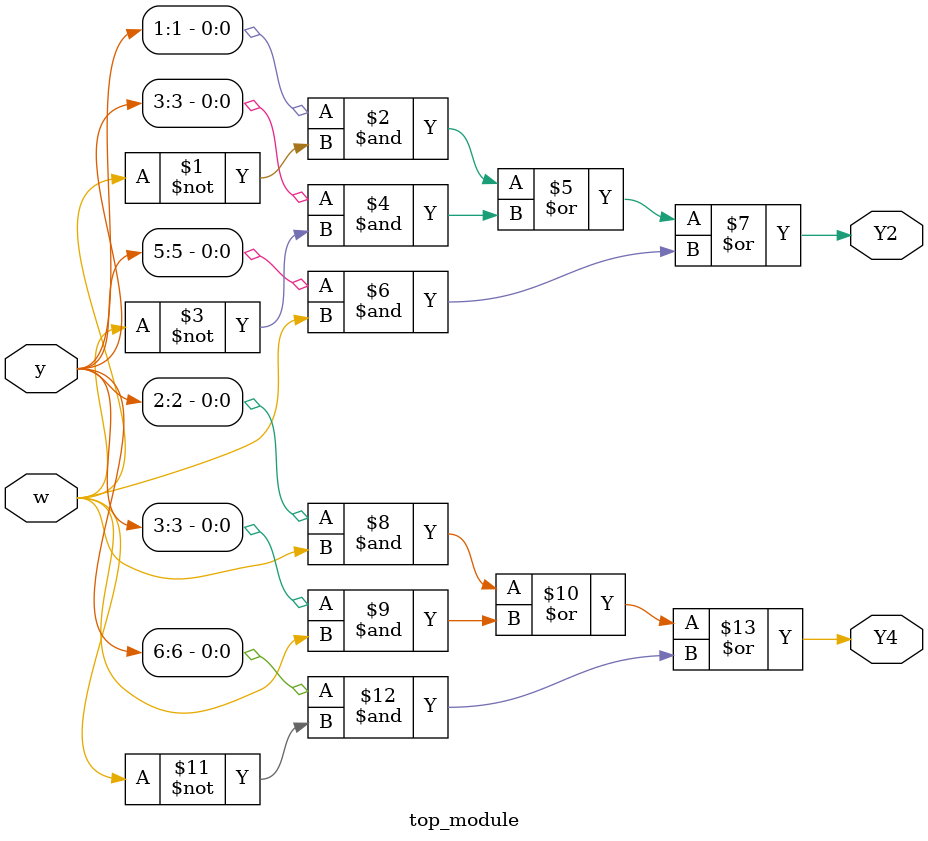
<source format=sv>
module top_module (
    input [6:1] y,
    input w,
    output Y2,
    output Y4
);

// Next-state logic for y[2] (state B/C)
assign Y2 = (y[1] & ~w) | (y[3] & ~w) | (y[5] & w);

// Next-state logic for y[4] (state D/E/F)
assign Y4 = (y[2] & w) | (y[3] & w) | (y[6] & ~w);

endmodule

</source>
